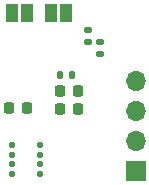
<source format=gbr>
%TF.GenerationSoftware,KiCad,Pcbnew,8.0.5-8.0.5-0~ubuntu22.04.1*%
%TF.CreationDate,2024-09-29T18:07:19+02:00*%
%TF.ProjectId,I2C_Module_BME680_small_FUEL4EP,4932435f-4d6f-4647-956c-655f424d4536,V1.0*%
%TF.SameCoordinates,Original*%
%TF.FileFunction,Soldermask,Top*%
%TF.FilePolarity,Negative*%
%FSLAX46Y46*%
G04 Gerber Fmt 4.6, Leading zero omitted, Abs format (unit mm)*
G04 Created by KiCad (PCBNEW 8.0.5-8.0.5-0~ubuntu22.04.1) date 2024-09-29 18:07:19*
%MOMM*%
%LPD*%
G01*
G04 APERTURE LIST*
G04 Aperture macros list*
%AMRoundRect*
0 Rectangle with rounded corners*
0 $1 Rounding radius*
0 $2 $3 $4 $5 $6 $7 $8 $9 X,Y pos of 4 corners*
0 Add a 4 corners polygon primitive as box body*
4,1,4,$2,$3,$4,$5,$6,$7,$8,$9,$2,$3,0*
0 Add four circle primitives for the rounded corners*
1,1,$1+$1,$2,$3*
1,1,$1+$1,$4,$5*
1,1,$1+$1,$6,$7*
1,1,$1+$1,$8,$9*
0 Add four rect primitives between the rounded corners*
20,1,$1+$1,$2,$3,$4,$5,0*
20,1,$1+$1,$4,$5,$6,$7,0*
20,1,$1+$1,$6,$7,$8,$9,0*
20,1,$1+$1,$8,$9,$2,$3,0*%
G04 Aperture macros list end*
%ADD10RoundRect,0.125000X0.137500X-0.125000X0.137500X0.125000X-0.137500X0.125000X-0.137500X-0.125000X0*%
%ADD11R,1.000000X1.500000*%
%ADD12RoundRect,0.225000X0.225000X0.250000X-0.225000X0.250000X-0.225000X-0.250000X0.225000X-0.250000X0*%
%ADD13RoundRect,0.225000X-0.225000X-0.250000X0.225000X-0.250000X0.225000X0.250000X-0.225000X0.250000X0*%
%ADD14RoundRect,0.147500X0.147500X0.172500X-0.147500X0.172500X-0.147500X-0.172500X0.147500X-0.172500X0*%
%ADD15RoundRect,0.135000X0.185000X-0.135000X0.185000X0.135000X-0.185000X0.135000X-0.185000X-0.135000X0*%
%ADD16RoundRect,0.135000X-0.185000X0.135000X-0.185000X-0.135000X0.185000X-0.135000X0.185000X0.135000X0*%
%ADD17R,1.700000X1.700000*%
%ADD18O,1.700000X1.700000*%
G04 APERTURE END LIST*
D10*
%TO.C,U1*%
X3810000Y1778000D03*
X3810000Y2578000D03*
X3810000Y3378000D03*
X3810000Y4178000D03*
X1435000Y4178000D03*
X1435000Y3378000D03*
X1435000Y2578000D03*
X1435000Y1778000D03*
%TD*%
D11*
%TO.C,JP2*%
X2697000Y15367000D03*
X1397000Y15367000D03*
%TD*%
%TO.C,JP1*%
X5999000Y15367000D03*
X4699000Y15367000D03*
%TD*%
D12*
%TO.C,C3*%
X5461000Y7239000D03*
X7011000Y7239000D03*
%TD*%
D13*
%TO.C,C1*%
X5461000Y8763000D03*
X7011000Y8763000D03*
%TD*%
D14*
%TO.C,FB1*%
X6477000Y10160000D03*
X5507000Y10160000D03*
%TD*%
D15*
%TO.C,R2*%
X8890000Y11934000D03*
X8890000Y12954000D03*
%TD*%
D13*
%TO.C,C2*%
X1143000Y7366000D03*
X2693000Y7366000D03*
%TD*%
D16*
%TO.C,R1*%
X7874000Y13970000D03*
X7874000Y12950000D03*
%TD*%
D17*
%TO.C,J1*%
X11892000Y2032000D03*
D18*
X11892000Y4572000D03*
X11892000Y7112000D03*
X11892000Y9652000D03*
%TD*%
M02*

</source>
